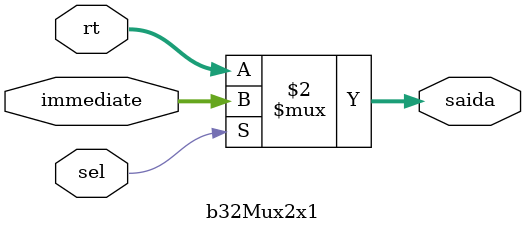
<source format=v>
module b32Mux2x1 (
  input wire [31:0] rt,
  input wire [31:0] immediate,
  input wire sel,
  output wire [31:0] saida
);
  assign saida = (sel == 1'b0) ? rt : immediate;
endmodule

</source>
